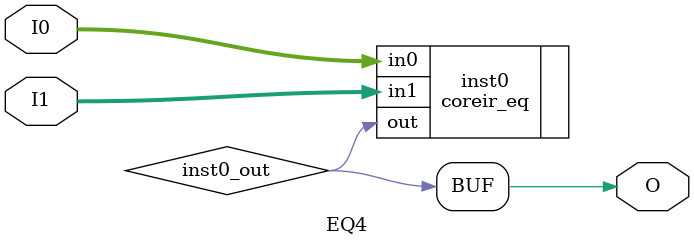
<source format=v>
module EQ4 (input [3:0] I0, input [3:0] I1, output  O);
wire  inst0_out;
coreir_eq inst0 (.in0(I0), .in1(I1), .out(inst0_out));
assign O = inst0_out;
endmodule


</source>
